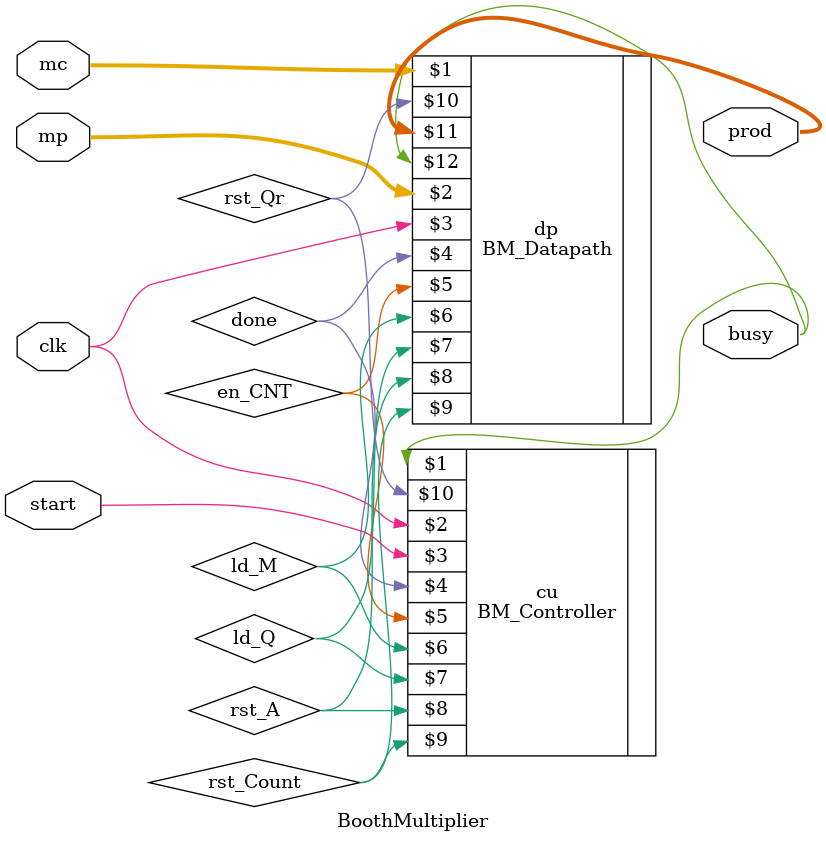
<source format=v>


`timescale 1ns/100ps

module BoothMultiplier (
    input [15:0] mc, mp,
    input clk, start,
    output [31:0] prod, output busy);

  // Define all wires, which will be output signals from the Controller and Datapath.
  
  wire done, en_CNT, ld_M, ld_Q, rst_A, rst_Count, rst_Qr;
  
  // Instantiate the Controller.
  
  BM_Controller cu (busy, clk, start,
    done, en_CNT, ld_M, ld_Q, rst_A, rst_Count, rst_Qr);
    
  // Instantiate the Datapath.
  
  BM_Datapath dp (mc, mp,
    clk, done, en_CNT, ld_M, ld_Q, rst_A, rst_Count, rst_Qr,
    prod, busy);
    
endmodule
</source>
